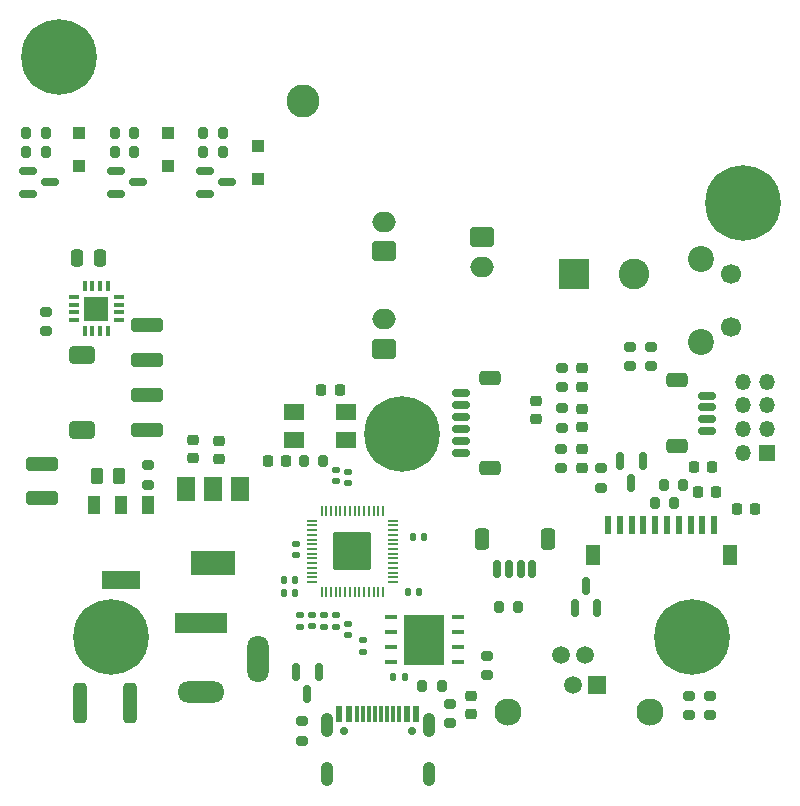
<source format=gbr>
%TF.GenerationSoftware,KiCad,Pcbnew,(5.99.0-11604-g878538abff)*%
%TF.CreationDate,2021-08-06T13:48:49+02:00*%
%TF.ProjectId,pixel-pump-mainboard,7375636b-6572-42d6-9f6e-652d6d61696e,rev?*%
%TF.SameCoordinates,Original*%
%TF.FileFunction,Soldermask,Top*%
%TF.FilePolarity,Negative*%
%FSLAX46Y46*%
G04 Gerber Fmt 4.6, Leading zero omitted, Abs format (unit mm)*
G04 Created by KiCad (PCBNEW (5.99.0-11604-g878538abff)) date 2021-08-06 13:48:49*
%MOMM*%
%LPD*%
G01*
G04 APERTURE LIST*
G04 Aperture macros list*
%AMRoundRect*
0 Rectangle with rounded corners*
0 $1 Rounding radius*
0 $2 $3 $4 $5 $6 $7 $8 $9 X,Y pos of 4 corners*
0 Add a 4 corners polygon primitive as box body*
4,1,4,$2,$3,$4,$5,$6,$7,$8,$9,$2,$3,0*
0 Add four circle primitives for the rounded corners*
1,1,$1+$1,$2,$3*
1,1,$1+$1,$4,$5*
1,1,$1+$1,$6,$7*
1,1,$1+$1,$8,$9*
0 Add four rect primitives between the rounded corners*
20,1,$1+$1,$2,$3,$4,$5,0*
20,1,$1+$1,$4,$5,$6,$7,0*
20,1,$1+$1,$6,$7,$8,$9,0*
20,1,$1+$1,$8,$9,$2,$3,0*%
G04 Aperture macros list end*
%ADD10RoundRect,0.150000X-0.150000X0.587500X-0.150000X-0.587500X0.150000X-0.587500X0.150000X0.587500X0*%
%ADD11RoundRect,0.200000X-0.200000X-0.275000X0.200000X-0.275000X0.200000X0.275000X-0.200000X0.275000X0*%
%ADD12RoundRect,0.250000X-1.100000X0.325000X-1.100000X-0.325000X1.100000X-0.325000X1.100000X0.325000X0*%
%ADD13RoundRect,0.150000X-0.587500X-0.150000X0.587500X-0.150000X0.587500X0.150000X-0.587500X0.150000X0*%
%ADD14R,1.350000X1.350000*%
%ADD15O,1.350000X1.350000*%
%ADD16RoundRect,0.200000X0.200000X0.275000X-0.200000X0.275000X-0.200000X-0.275000X0.200000X-0.275000X0*%
%ADD17RoundRect,0.200000X0.275000X-0.200000X0.275000X0.200000X-0.275000X0.200000X-0.275000X-0.200000X0*%
%ADD18C,6.400000*%
%ADD19C,0.800000*%
%ADD20RoundRect,0.225000X0.225000X0.250000X-0.225000X0.250000X-0.225000X-0.250000X0.225000X-0.250000X0*%
%ADD21RoundRect,0.250000X0.750000X-0.600000X0.750000X0.600000X-0.750000X0.600000X-0.750000X-0.600000X0*%
%ADD22O,2.000000X1.700000*%
%ADD23RoundRect,0.218750X-0.256250X0.218750X-0.256250X-0.218750X0.256250X-0.218750X0.256250X0.218750X0*%
%ADD24RoundRect,0.250000X-0.250000X-0.475000X0.250000X-0.475000X0.250000X0.475000X-0.250000X0.475000X0*%
%ADD25C,2.300000*%
%ADD26R,1.500000X1.500000*%
%ADD27C,1.500000*%
%ADD28RoundRect,0.150000X-0.625000X0.150000X-0.625000X-0.150000X0.625000X-0.150000X0.625000X0.150000X0*%
%ADD29RoundRect,0.250000X-0.650000X0.350000X-0.650000X-0.350000X0.650000X-0.350000X0.650000X0.350000X0*%
%ADD30R,0.990600X1.498600*%
%ADD31R,3.276600X1.498600*%
%ADD32RoundRect,0.250000X0.262500X0.450000X-0.262500X0.450000X-0.262500X-0.450000X0.262500X-0.450000X0*%
%ADD33RoundRect,0.140000X0.170000X-0.140000X0.170000X0.140000X-0.170000X0.140000X-0.170000X-0.140000X0*%
%ADD34R,1.500000X2.000000*%
%ADD35R,3.800000X2.000000*%
%ADD36RoundRect,0.200000X-0.275000X0.200000X-0.275000X-0.200000X0.275000X-0.200000X0.275000X0.200000X0*%
%ADD37RoundRect,0.140000X0.140000X0.170000X-0.140000X0.170000X-0.140000X-0.170000X0.140000X-0.170000X0*%
%ADD38R,1.100000X1.100000*%
%ADD39RoundRect,0.135000X-0.185000X0.135000X-0.185000X-0.135000X0.185000X-0.135000X0.185000X0.135000X0*%
%ADD40RoundRect,0.225000X-0.250000X0.225000X-0.250000X-0.225000X0.250000X-0.225000X0.250000X0.225000X0*%
%ADD41R,1.800000X1.400000*%
%ADD42R,0.965200X0.381000*%
%ADD43R,0.381000X0.965200*%
%ADD44R,2.159000X2.159000*%
%ADD45R,0.600000X1.450000*%
%ADD46R,0.300000X1.450000*%
%ADD47C,0.700000*%
%ADD48O,1.050000X2.100000*%
%ADD49RoundRect,0.140000X-0.170000X0.140000X-0.170000X-0.140000X0.170000X-0.140000X0.170000X0.140000X0*%
%ADD50C,2.200000*%
%ADD51C,1.700000*%
%ADD52C,2.800000*%
%ADD53RoundRect,0.225000X0.250000X-0.225000X0.250000X0.225000X-0.250000X0.225000X-0.250000X-0.225000X0*%
%ADD54R,1.040000X0.440000*%
%ADD55R,3.400000X4.300000*%
%ADD56RoundRect,0.150000X0.150000X-0.587500X0.150000X0.587500X-0.150000X0.587500X-0.150000X-0.587500X0*%
%ADD57RoundRect,0.150000X0.625000X-0.150000X0.625000X0.150000X-0.625000X0.150000X-0.625000X-0.150000X0*%
%ADD58RoundRect,0.250000X0.650000X-0.350000X0.650000X0.350000X-0.650000X0.350000X-0.650000X-0.350000X0*%
%ADD59RoundRect,0.140000X-0.140000X-0.170000X0.140000X-0.170000X0.140000X0.170000X-0.140000X0.170000X0*%
%ADD60R,4.400000X1.800000*%
%ADD61O,4.000000X1.800000*%
%ADD62O,1.800000X4.000000*%
%ADD63RoundRect,0.250000X1.100000X-0.325000X1.100000X0.325000X-1.100000X0.325000X-1.100000X-0.325000X0*%
%ADD64RoundRect,0.250000X0.312500X1.450000X-0.312500X1.450000X-0.312500X-1.450000X0.312500X-1.450000X0*%
%ADD65RoundRect,0.250000X-0.750000X0.600000X-0.750000X-0.600000X0.750000X-0.600000X0.750000X0.600000X0*%
%ADD66RoundRect,0.150000X-0.150000X-0.625000X0.150000X-0.625000X0.150000X0.625000X-0.150000X0.625000X0*%
%ADD67RoundRect,0.250000X-0.350000X-0.650000X0.350000X-0.650000X0.350000X0.650000X-0.350000X0.650000X0*%
%ADD68R,2.600000X2.600000*%
%ADD69C,2.600000*%
%ADD70RoundRect,0.225000X-0.225000X-0.250000X0.225000X-0.250000X0.225000X0.250000X-0.225000X0.250000X0*%
%ADD71R,0.600000X1.550000*%
%ADD72R,1.200000X1.800000*%
%ADD73RoundRect,0.375000X-0.725000X0.375000X-0.725000X-0.375000X0.725000X-0.375000X0.725000X0.375000X0*%
%ADD74RoundRect,0.050000X0.387500X0.050000X-0.387500X0.050000X-0.387500X-0.050000X0.387500X-0.050000X0*%
%ADD75RoundRect,0.050000X0.050000X0.387500X-0.050000X0.387500X-0.050000X-0.387500X0.050000X-0.387500X0*%
%ADD76RoundRect,0.144000X1.456000X1.456000X-1.456000X1.456000X-1.456000X-1.456000X1.456000X-1.456000X0*%
G04 APERTURE END LIST*
D10*
%TO.C,Q5*%
X120457000Y-129491500D03*
X118557000Y-129491500D03*
X119507000Y-131366500D03*
%TD*%
D11*
%TO.C,R29*%
X122238000Y-131572000D03*
X123888000Y-131572000D03*
%TD*%
D12*
%TO.C,C1*%
X78500000Y-118025000D03*
X78500000Y-120975000D03*
%TD*%
D13*
%TO.C,Q2*%
X75897500Y-104965000D03*
X75897500Y-106865000D03*
X77772500Y-105915000D03*
%TD*%
D14*
%TO.C,J11*%
X130971800Y-128806200D03*
D15*
X128971800Y-128806200D03*
X130971800Y-126806200D03*
X128971800Y-126806200D03*
X130971800Y-124806200D03*
X128971800Y-124806200D03*
X130971800Y-122806200D03*
X128971800Y-122806200D03*
%TD*%
D16*
%TO.C,R27*%
X93408000Y-129540000D03*
X91758000Y-129540000D03*
%TD*%
D17*
%TO.C,R24*%
X126187200Y-151040600D03*
X126187200Y-149390600D03*
%TD*%
D18*
%TO.C,H1*%
X124663200Y-144424400D03*
D19*
X124663200Y-142024400D03*
X122263200Y-144424400D03*
X126360256Y-142727344D03*
X122966144Y-142727344D03*
X124663200Y-146824400D03*
X126360256Y-146121456D03*
X122966144Y-146121456D03*
X127063200Y-144424400D03*
%TD*%
D18*
%TO.C,H4*%
X75488800Y-144424400D03*
D19*
X77185856Y-146121456D03*
X73791744Y-146121456D03*
X75488800Y-146824400D03*
X73791744Y-142727344D03*
X73088800Y-144424400D03*
X77185856Y-142727344D03*
X77888800Y-144424400D03*
X75488800Y-142024400D03*
%TD*%
D20*
%TO.C,C6*%
X94805800Y-123494800D03*
X93255800Y-123494800D03*
%TD*%
D19*
%TO.C,H3*%
X100076000Y-124854000D03*
D18*
X100076000Y-127254000D03*
D19*
X101773056Y-128951056D03*
X100076000Y-129654000D03*
X97676000Y-127254000D03*
X98378944Y-128951056D03*
X98378944Y-125556944D03*
X102476000Y-127254000D03*
X101773056Y-125556944D03*
%TD*%
D21*
%TO.C,J1*%
X98535000Y-111740000D03*
D22*
X98535000Y-109240000D03*
%TD*%
D13*
%TO.C,Q3*%
X83390500Y-104965000D03*
X83390500Y-106865000D03*
X85265500Y-105915000D03*
%TD*%
D23*
%TO.C,D2*%
X115316000Y-121640500D03*
X115316000Y-123215500D03*
%TD*%
D24*
%TO.C,C2*%
X72600000Y-112300000D03*
X74500000Y-112300000D03*
%TD*%
D11*
%TO.C,R11*%
X83249000Y-101724000D03*
X84899000Y-101724000D03*
%TD*%
D25*
%TO.C,J3*%
X109062000Y-150741000D03*
X121062000Y-150741000D03*
D26*
X116592000Y-148441000D03*
D27*
X115572000Y-145901000D03*
X114552000Y-148441000D03*
X113532000Y-145901000D03*
%TD*%
D28*
%TO.C,J8*%
X105050200Y-123788800D03*
X105050200Y-124788800D03*
X105050200Y-125788800D03*
X105050200Y-126788800D03*
X105050200Y-127788800D03*
X105050200Y-128788800D03*
D29*
X107575200Y-122488800D03*
X107575200Y-130088800D03*
%TD*%
D30*
%TO.C,Q4*%
X78613000Y-133248400D03*
X76327000Y-133248400D03*
X74041000Y-133248400D03*
D31*
X76327000Y-139547600D03*
%TD*%
D20*
%TO.C,C25*%
X126708200Y-132156200D03*
X125158200Y-132156200D03*
%TD*%
D32*
%TO.C,R19*%
X76096500Y-130810000D03*
X74271500Y-130810000D03*
%TD*%
D11*
%TO.C,R9*%
X75756000Y-101724000D03*
X77406000Y-101724000D03*
%TD*%
D33*
%TO.C,C13*%
X96799400Y-145641000D03*
X96799400Y-144681000D03*
%TD*%
D34*
%TO.C,U1*%
X86374000Y-131851000D03*
D35*
X84074000Y-138151000D03*
D34*
X84074000Y-131851000D03*
X81774000Y-131851000D03*
%TD*%
D36*
%TO.C,R21*%
X119380000Y-119825000D03*
X119380000Y-121475000D03*
%TD*%
D37*
%TO.C,C10*%
X100302000Y-147828000D03*
X99342000Y-147828000D03*
%TD*%
D38*
%TO.C,D9*%
X80264000Y-101721000D03*
X80264000Y-104521000D03*
%TD*%
D19*
%TO.C,H5*%
X69321344Y-93603744D03*
X71018400Y-92900800D03*
X69321344Y-96997856D03*
X68618400Y-95300800D03*
D18*
X71018400Y-95300800D03*
D19*
X72715456Y-93603744D03*
X71018400Y-97700800D03*
X73418400Y-95300800D03*
X72715456Y-96997856D03*
%TD*%
D39*
%TO.C,R5*%
X93467000Y-142520000D03*
X93467000Y-143540000D03*
%TD*%
D40*
%TO.C,C21*%
X105968800Y-149389800D03*
X105968800Y-150939800D03*
%TD*%
D17*
%TO.C,R28*%
X107315000Y-147637000D03*
X107315000Y-145987000D03*
%TD*%
D38*
%TO.C,D10*%
X87884000Y-102864000D03*
X87884000Y-105664000D03*
%TD*%
D17*
%TO.C,R23*%
X124409200Y-151040600D03*
X124409200Y-149390600D03*
%TD*%
D38*
%TO.C,D3*%
X72771000Y-101721000D03*
X72771000Y-104521000D03*
%TD*%
D41*
%TO.C,Y1*%
X90916400Y-127742800D03*
X95316400Y-127742800D03*
X95316400Y-125342800D03*
X90916400Y-125342800D03*
%TD*%
D42*
%TO.C,U2*%
X76105000Y-117565200D03*
X76105000Y-116930200D03*
X76105000Y-116269800D03*
X76105000Y-115634800D03*
D43*
X75165200Y-114695000D03*
X74530200Y-114695000D03*
X73869800Y-114695000D03*
X73234800Y-114695000D03*
D42*
X72295000Y-115634800D03*
X72295000Y-116269800D03*
X72295000Y-116930200D03*
X72295000Y-117565200D03*
D43*
X73234800Y-118505000D03*
X73869800Y-118505000D03*
X74530200Y-118505000D03*
X75165200Y-118505000D03*
D44*
X74200000Y-116600000D03*
%TD*%
D45*
%TO.C,J12*%
X94794000Y-150945500D03*
X95594000Y-150945500D03*
D46*
X96794000Y-150945500D03*
X97794000Y-150945500D03*
X98294000Y-150945500D03*
X99294000Y-150945500D03*
D45*
X101294000Y-150945500D03*
X100494000Y-150945500D03*
D46*
X99794000Y-150945500D03*
X98794000Y-150945500D03*
X97294000Y-150945500D03*
X96294000Y-150945500D03*
D47*
X100934000Y-152390500D03*
X95154000Y-152390500D03*
D48*
X93724000Y-151860500D03*
X102364000Y-151860500D03*
X93724000Y-156040500D03*
X102364000Y-156040500D03*
%TD*%
D12*
%TO.C,C5*%
X69600000Y-129725000D03*
X69600000Y-132675000D03*
%TD*%
D33*
%TO.C,C17*%
X95499000Y-144244000D03*
X95499000Y-143284000D03*
%TD*%
D49*
%TO.C,C14*%
X92430600Y-142550000D03*
X92430600Y-143510000D03*
%TD*%
D50*
%TO.C,SW1*%
X125403800Y-112425600D03*
X125403800Y-119425600D03*
D51*
X127903800Y-113675600D03*
X127903800Y-118175600D03*
%TD*%
D11*
%TO.C,R17*%
X83249000Y-103375000D03*
X84899000Y-103375000D03*
%TD*%
D36*
%TO.C,R12*%
X113665000Y-125032000D03*
X113665000Y-126682000D03*
%TD*%
%TO.C,R20*%
X78600000Y-129875000D03*
X78600000Y-131525000D03*
%TD*%
%TO.C,R25*%
X116967000Y-130112000D03*
X116967000Y-131762000D03*
%TD*%
D52*
%TO.C,TP19*%
X91694000Y-99060000D03*
%TD*%
D13*
%TO.C,Q1*%
X68404500Y-104965000D03*
X68404500Y-106865000D03*
X70279500Y-105915000D03*
%TD*%
D53*
%TO.C,C11*%
X84607400Y-129375200D03*
X84607400Y-127825200D03*
%TD*%
D49*
%TO.C,C12*%
X94513400Y-130251200D03*
X94513400Y-131211200D03*
%TD*%
D54*
%TO.C,U3*%
X104821000Y-146558000D03*
X104821000Y-145288000D03*
X104821000Y-144018000D03*
X104821000Y-142748000D03*
X99131000Y-142748000D03*
X99131000Y-144018000D03*
X99131000Y-145288000D03*
X99131000Y-146558000D03*
D55*
X101976000Y-144653000D03*
%TD*%
D56*
%TO.C,D1*%
X114721600Y-141958300D03*
X116621600Y-141958300D03*
X115671600Y-140083300D03*
%TD*%
D57*
%TO.C,J7*%
X125912000Y-126976000D03*
X125912000Y-125976000D03*
X125912000Y-124976000D03*
X125912000Y-123976000D03*
D58*
X123387000Y-128276000D03*
X123387000Y-122676000D03*
%TD*%
D20*
%TO.C,C24*%
X129984800Y-133604000D03*
X128434800Y-133604000D03*
%TD*%
D59*
%TO.C,C23*%
X90066000Y-139573000D03*
X91026000Y-139573000D03*
%TD*%
D36*
%TO.C,R10*%
X113538000Y-128461000D03*
X113538000Y-130111000D03*
%TD*%
%TO.C,R8*%
X113665000Y-121603000D03*
X113665000Y-123253000D03*
%TD*%
D23*
%TO.C,D8*%
X115316000Y-125069500D03*
X115316000Y-126644500D03*
%TD*%
D59*
%TO.C,C19*%
X90066000Y-140716000D03*
X91026000Y-140716000D03*
%TD*%
D36*
%TO.C,R22*%
X121158000Y-119825000D03*
X121158000Y-121475000D03*
%TD*%
D18*
%TO.C,H2*%
X128981200Y-107645200D03*
D19*
X130678256Y-109342256D03*
X126581200Y-107645200D03*
X127284144Y-105948144D03*
X128981200Y-110045200D03*
X128981200Y-105245200D03*
X130678256Y-105948144D03*
X131381200Y-107645200D03*
X127284144Y-109342256D03*
%TD*%
D60*
%TO.C,J5*%
X83067600Y-143256000D03*
D61*
X83067600Y-149056000D03*
D62*
X87867600Y-146256000D03*
%TD*%
D11*
%TO.C,R26*%
X108268000Y-141859000D03*
X109918000Y-141859000D03*
%TD*%
D21*
%TO.C,J2*%
X98535000Y-119995000D03*
D22*
X98535000Y-117495000D03*
%TD*%
D17*
%TO.C,R3*%
X104140000Y-151701000D03*
X104140000Y-150051000D03*
%TD*%
D49*
%TO.C,C20*%
X95478600Y-130406200D03*
X95478600Y-131366200D03*
%TD*%
D53*
%TO.C,C3*%
X82400000Y-129275000D03*
X82400000Y-127725000D03*
%TD*%
D63*
%TO.C,C4*%
X78500000Y-126875000D03*
X78500000Y-123925000D03*
%TD*%
D10*
%TO.C,D4*%
X93025000Y-147398500D03*
X91125000Y-147398500D03*
X92075000Y-149273500D03*
%TD*%
D53*
%TO.C,C27*%
X111404400Y-125946200D03*
X111404400Y-124396200D03*
%TD*%
D11*
%TO.C,R7*%
X68263000Y-103375000D03*
X69913000Y-103375000D03*
%TD*%
D64*
%TO.C,F1*%
X77067500Y-149987000D03*
X72792500Y-149987000D03*
%TD*%
D65*
%TO.C,J4*%
X106900200Y-110560800D03*
D22*
X106900200Y-113060800D03*
%TD*%
D20*
%TO.C,C7*%
X90310000Y-129540000D03*
X88760000Y-129540000D03*
%TD*%
D17*
%TO.C,R1*%
X91617800Y-153199600D03*
X91617800Y-151549600D03*
%TD*%
D16*
%TO.C,R2*%
X103441000Y-148590000D03*
X101791000Y-148590000D03*
%TD*%
D66*
%TO.C,J9*%
X108126400Y-138637400D03*
X109126400Y-138637400D03*
X110126400Y-138637400D03*
X111126400Y-138637400D03*
D67*
X112426400Y-136112400D03*
X106826400Y-136112400D03*
%TD*%
D36*
%TO.C,R14*%
X69950000Y-116875000D03*
X69950000Y-118525000D03*
%TD*%
D68*
%TO.C,J6*%
X114625200Y-113639800D03*
D69*
X119705200Y-113639800D03*
%TD*%
D33*
%TO.C,C16*%
X91135200Y-137462200D03*
X91135200Y-136502200D03*
%TD*%
D11*
%TO.C,R6*%
X68263000Y-101724000D03*
X69913000Y-101724000D03*
%TD*%
D49*
%TO.C,C15*%
X91440000Y-142572800D03*
X91440000Y-143532800D03*
%TD*%
D70*
%TO.C,C26*%
X124828000Y-129971800D03*
X126378000Y-129971800D03*
%TD*%
D11*
%TO.C,R13*%
X121476000Y-133096000D03*
X123126000Y-133096000D03*
%TD*%
D23*
%TO.C,D7*%
X115316000Y-128498500D03*
X115316000Y-130073500D03*
%TD*%
D71*
%TO.C,J10*%
X126521600Y-134922000D03*
X125521600Y-134922000D03*
X124521600Y-134922000D03*
X123521600Y-134922000D03*
X122521600Y-134922000D03*
X121521600Y-134922000D03*
X120521600Y-134922000D03*
X119521600Y-134922000D03*
X118521600Y-134922000D03*
X117521600Y-134922000D03*
D72*
X127821600Y-137447000D03*
X116221600Y-137447000D03*
%TD*%
D39*
%TO.C,R4*%
X94483000Y-142520000D03*
X94483000Y-143540000D03*
%TD*%
D73*
%TO.C,L1*%
X72957500Y-120550000D03*
X72957500Y-126850000D03*
%TD*%
D37*
%TO.C,C18*%
X101546600Y-140589000D03*
X100586600Y-140589000D03*
%TD*%
%TO.C,C22*%
X101978400Y-135915400D03*
X101018400Y-135915400D03*
%TD*%
D11*
%TO.C,R15*%
X75756000Y-103375000D03*
X77406000Y-103375000D03*
%TD*%
D74*
%TO.C,U4*%
X99317500Y-139760000D03*
X99317500Y-139360000D03*
X99317500Y-138960000D03*
X99317500Y-138560000D03*
X99317500Y-138160000D03*
X99317500Y-137760000D03*
X99317500Y-137360000D03*
X99317500Y-136960000D03*
X99317500Y-136560000D03*
X99317500Y-136160000D03*
X99317500Y-135760000D03*
X99317500Y-135360000D03*
X99317500Y-134960000D03*
X99317500Y-134560000D03*
D75*
X98480000Y-133722500D03*
X98080000Y-133722500D03*
X97680000Y-133722500D03*
X97280000Y-133722500D03*
X96880000Y-133722500D03*
X96480000Y-133722500D03*
X96080000Y-133722500D03*
X95680000Y-133722500D03*
X95280000Y-133722500D03*
X94880000Y-133722500D03*
X94480000Y-133722500D03*
X94080000Y-133722500D03*
X93680000Y-133722500D03*
X93280000Y-133722500D03*
D74*
X92442500Y-134560000D03*
X92442500Y-134960000D03*
X92442500Y-135360000D03*
X92442500Y-135760000D03*
X92442500Y-136160000D03*
X92442500Y-136560000D03*
X92442500Y-136960000D03*
X92442500Y-137360000D03*
X92442500Y-137760000D03*
X92442500Y-138160000D03*
X92442500Y-138560000D03*
X92442500Y-138960000D03*
X92442500Y-139360000D03*
X92442500Y-139760000D03*
D75*
X93280000Y-140597500D03*
X93680000Y-140597500D03*
X94080000Y-140597500D03*
X94480000Y-140597500D03*
X94880000Y-140597500D03*
X95280000Y-140597500D03*
X95680000Y-140597500D03*
X96080000Y-140597500D03*
X96480000Y-140597500D03*
X96880000Y-140597500D03*
X97280000Y-140597500D03*
X97680000Y-140597500D03*
X98080000Y-140597500D03*
X98480000Y-140597500D03*
D76*
X95880000Y-137160000D03*
%TD*%
M02*

</source>
